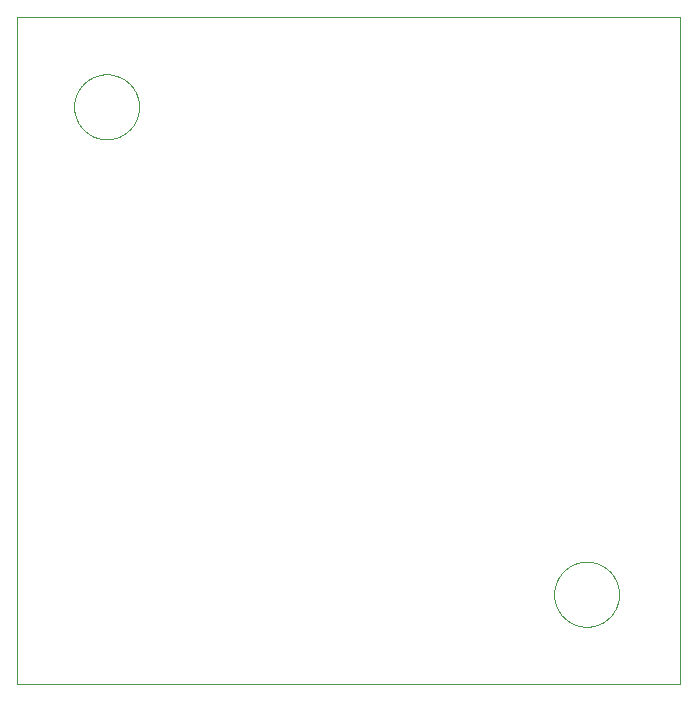
<source format=gbp>
G75*
%MOIN*%
%OFA0B0*%
%FSLAX25Y25*%
%IPPOS*%
%LPD*%
%AMOC8*
5,1,8,0,0,1.08239X$1,22.5*
%
%ADD10C,0.00000*%
D10*
X0001000Y0001000D02*
X0001000Y0223461D01*
X0222201Y0223461D01*
X0222201Y0001000D01*
X0001000Y0001000D01*
X0180173Y0031000D02*
X0180176Y0031266D01*
X0180186Y0031531D01*
X0180202Y0031796D01*
X0180225Y0032061D01*
X0180254Y0032325D01*
X0180290Y0032589D01*
X0180332Y0032851D01*
X0180381Y0033112D01*
X0180436Y0033372D01*
X0180497Y0033631D01*
X0180565Y0033888D01*
X0180639Y0034143D01*
X0180719Y0034396D01*
X0180806Y0034648D01*
X0180898Y0034897D01*
X0180997Y0035143D01*
X0181102Y0035388D01*
X0181213Y0035629D01*
X0181329Y0035868D01*
X0181451Y0036104D01*
X0181580Y0036337D01*
X0181713Y0036566D01*
X0181853Y0036792D01*
X0181998Y0037015D01*
X0182148Y0037234D01*
X0182304Y0037450D01*
X0182465Y0037661D01*
X0182631Y0037869D01*
X0182802Y0038072D01*
X0182978Y0038271D01*
X0183159Y0038466D01*
X0183344Y0038656D01*
X0183534Y0038841D01*
X0183729Y0039022D01*
X0183928Y0039198D01*
X0184131Y0039369D01*
X0184339Y0039535D01*
X0184550Y0039696D01*
X0184766Y0039852D01*
X0184985Y0040002D01*
X0185208Y0040147D01*
X0185434Y0040287D01*
X0185663Y0040420D01*
X0185896Y0040549D01*
X0186132Y0040671D01*
X0186371Y0040787D01*
X0186612Y0040898D01*
X0186857Y0041003D01*
X0187103Y0041102D01*
X0187352Y0041194D01*
X0187604Y0041281D01*
X0187857Y0041361D01*
X0188112Y0041435D01*
X0188369Y0041503D01*
X0188628Y0041564D01*
X0188888Y0041619D01*
X0189149Y0041668D01*
X0189411Y0041710D01*
X0189675Y0041746D01*
X0189939Y0041775D01*
X0190204Y0041798D01*
X0190469Y0041814D01*
X0190734Y0041824D01*
X0191000Y0041827D01*
X0191266Y0041824D01*
X0191531Y0041814D01*
X0191796Y0041798D01*
X0192061Y0041775D01*
X0192325Y0041746D01*
X0192589Y0041710D01*
X0192851Y0041668D01*
X0193112Y0041619D01*
X0193372Y0041564D01*
X0193631Y0041503D01*
X0193888Y0041435D01*
X0194143Y0041361D01*
X0194396Y0041281D01*
X0194648Y0041194D01*
X0194897Y0041102D01*
X0195143Y0041003D01*
X0195388Y0040898D01*
X0195629Y0040787D01*
X0195868Y0040671D01*
X0196104Y0040549D01*
X0196337Y0040420D01*
X0196566Y0040287D01*
X0196792Y0040147D01*
X0197015Y0040002D01*
X0197234Y0039852D01*
X0197450Y0039696D01*
X0197661Y0039535D01*
X0197869Y0039369D01*
X0198072Y0039198D01*
X0198271Y0039022D01*
X0198466Y0038841D01*
X0198656Y0038656D01*
X0198841Y0038466D01*
X0199022Y0038271D01*
X0199198Y0038072D01*
X0199369Y0037869D01*
X0199535Y0037661D01*
X0199696Y0037450D01*
X0199852Y0037234D01*
X0200002Y0037015D01*
X0200147Y0036792D01*
X0200287Y0036566D01*
X0200420Y0036337D01*
X0200549Y0036104D01*
X0200671Y0035868D01*
X0200787Y0035629D01*
X0200898Y0035388D01*
X0201003Y0035143D01*
X0201102Y0034897D01*
X0201194Y0034648D01*
X0201281Y0034396D01*
X0201361Y0034143D01*
X0201435Y0033888D01*
X0201503Y0033631D01*
X0201564Y0033372D01*
X0201619Y0033112D01*
X0201668Y0032851D01*
X0201710Y0032589D01*
X0201746Y0032325D01*
X0201775Y0032061D01*
X0201798Y0031796D01*
X0201814Y0031531D01*
X0201824Y0031266D01*
X0201827Y0031000D01*
X0201824Y0030734D01*
X0201814Y0030469D01*
X0201798Y0030204D01*
X0201775Y0029939D01*
X0201746Y0029675D01*
X0201710Y0029411D01*
X0201668Y0029149D01*
X0201619Y0028888D01*
X0201564Y0028628D01*
X0201503Y0028369D01*
X0201435Y0028112D01*
X0201361Y0027857D01*
X0201281Y0027604D01*
X0201194Y0027352D01*
X0201102Y0027103D01*
X0201003Y0026857D01*
X0200898Y0026612D01*
X0200787Y0026371D01*
X0200671Y0026132D01*
X0200549Y0025896D01*
X0200420Y0025663D01*
X0200287Y0025434D01*
X0200147Y0025208D01*
X0200002Y0024985D01*
X0199852Y0024766D01*
X0199696Y0024550D01*
X0199535Y0024339D01*
X0199369Y0024131D01*
X0199198Y0023928D01*
X0199022Y0023729D01*
X0198841Y0023534D01*
X0198656Y0023344D01*
X0198466Y0023159D01*
X0198271Y0022978D01*
X0198072Y0022802D01*
X0197869Y0022631D01*
X0197661Y0022465D01*
X0197450Y0022304D01*
X0197234Y0022148D01*
X0197015Y0021998D01*
X0196792Y0021853D01*
X0196566Y0021713D01*
X0196337Y0021580D01*
X0196104Y0021451D01*
X0195868Y0021329D01*
X0195629Y0021213D01*
X0195388Y0021102D01*
X0195143Y0020997D01*
X0194897Y0020898D01*
X0194648Y0020806D01*
X0194396Y0020719D01*
X0194143Y0020639D01*
X0193888Y0020565D01*
X0193631Y0020497D01*
X0193372Y0020436D01*
X0193112Y0020381D01*
X0192851Y0020332D01*
X0192589Y0020290D01*
X0192325Y0020254D01*
X0192061Y0020225D01*
X0191796Y0020202D01*
X0191531Y0020186D01*
X0191266Y0020176D01*
X0191000Y0020173D01*
X0190734Y0020176D01*
X0190469Y0020186D01*
X0190204Y0020202D01*
X0189939Y0020225D01*
X0189675Y0020254D01*
X0189411Y0020290D01*
X0189149Y0020332D01*
X0188888Y0020381D01*
X0188628Y0020436D01*
X0188369Y0020497D01*
X0188112Y0020565D01*
X0187857Y0020639D01*
X0187604Y0020719D01*
X0187352Y0020806D01*
X0187103Y0020898D01*
X0186857Y0020997D01*
X0186612Y0021102D01*
X0186371Y0021213D01*
X0186132Y0021329D01*
X0185896Y0021451D01*
X0185663Y0021580D01*
X0185434Y0021713D01*
X0185208Y0021853D01*
X0184985Y0021998D01*
X0184766Y0022148D01*
X0184550Y0022304D01*
X0184339Y0022465D01*
X0184131Y0022631D01*
X0183928Y0022802D01*
X0183729Y0022978D01*
X0183534Y0023159D01*
X0183344Y0023344D01*
X0183159Y0023534D01*
X0182978Y0023729D01*
X0182802Y0023928D01*
X0182631Y0024131D01*
X0182465Y0024339D01*
X0182304Y0024550D01*
X0182148Y0024766D01*
X0181998Y0024985D01*
X0181853Y0025208D01*
X0181713Y0025434D01*
X0181580Y0025663D01*
X0181451Y0025896D01*
X0181329Y0026132D01*
X0181213Y0026371D01*
X0181102Y0026612D01*
X0180997Y0026857D01*
X0180898Y0027103D01*
X0180806Y0027352D01*
X0180719Y0027604D01*
X0180639Y0027857D01*
X0180565Y0028112D01*
X0180497Y0028369D01*
X0180436Y0028628D01*
X0180381Y0028888D01*
X0180332Y0029149D01*
X0180290Y0029411D01*
X0180254Y0029675D01*
X0180225Y0029939D01*
X0180202Y0030204D01*
X0180186Y0030469D01*
X0180176Y0030734D01*
X0180173Y0031000D01*
X0020173Y0193500D02*
X0020176Y0193766D01*
X0020186Y0194031D01*
X0020202Y0194296D01*
X0020225Y0194561D01*
X0020254Y0194825D01*
X0020290Y0195089D01*
X0020332Y0195351D01*
X0020381Y0195612D01*
X0020436Y0195872D01*
X0020497Y0196131D01*
X0020565Y0196388D01*
X0020639Y0196643D01*
X0020719Y0196896D01*
X0020806Y0197148D01*
X0020898Y0197397D01*
X0020997Y0197643D01*
X0021102Y0197888D01*
X0021213Y0198129D01*
X0021329Y0198368D01*
X0021451Y0198604D01*
X0021580Y0198837D01*
X0021713Y0199066D01*
X0021853Y0199292D01*
X0021998Y0199515D01*
X0022148Y0199734D01*
X0022304Y0199950D01*
X0022465Y0200161D01*
X0022631Y0200369D01*
X0022802Y0200572D01*
X0022978Y0200771D01*
X0023159Y0200966D01*
X0023344Y0201156D01*
X0023534Y0201341D01*
X0023729Y0201522D01*
X0023928Y0201698D01*
X0024131Y0201869D01*
X0024339Y0202035D01*
X0024550Y0202196D01*
X0024766Y0202352D01*
X0024985Y0202502D01*
X0025208Y0202647D01*
X0025434Y0202787D01*
X0025663Y0202920D01*
X0025896Y0203049D01*
X0026132Y0203171D01*
X0026371Y0203287D01*
X0026612Y0203398D01*
X0026857Y0203503D01*
X0027103Y0203602D01*
X0027352Y0203694D01*
X0027604Y0203781D01*
X0027857Y0203861D01*
X0028112Y0203935D01*
X0028369Y0204003D01*
X0028628Y0204064D01*
X0028888Y0204119D01*
X0029149Y0204168D01*
X0029411Y0204210D01*
X0029675Y0204246D01*
X0029939Y0204275D01*
X0030204Y0204298D01*
X0030469Y0204314D01*
X0030734Y0204324D01*
X0031000Y0204327D01*
X0031266Y0204324D01*
X0031531Y0204314D01*
X0031796Y0204298D01*
X0032061Y0204275D01*
X0032325Y0204246D01*
X0032589Y0204210D01*
X0032851Y0204168D01*
X0033112Y0204119D01*
X0033372Y0204064D01*
X0033631Y0204003D01*
X0033888Y0203935D01*
X0034143Y0203861D01*
X0034396Y0203781D01*
X0034648Y0203694D01*
X0034897Y0203602D01*
X0035143Y0203503D01*
X0035388Y0203398D01*
X0035629Y0203287D01*
X0035868Y0203171D01*
X0036104Y0203049D01*
X0036337Y0202920D01*
X0036566Y0202787D01*
X0036792Y0202647D01*
X0037015Y0202502D01*
X0037234Y0202352D01*
X0037450Y0202196D01*
X0037661Y0202035D01*
X0037869Y0201869D01*
X0038072Y0201698D01*
X0038271Y0201522D01*
X0038466Y0201341D01*
X0038656Y0201156D01*
X0038841Y0200966D01*
X0039022Y0200771D01*
X0039198Y0200572D01*
X0039369Y0200369D01*
X0039535Y0200161D01*
X0039696Y0199950D01*
X0039852Y0199734D01*
X0040002Y0199515D01*
X0040147Y0199292D01*
X0040287Y0199066D01*
X0040420Y0198837D01*
X0040549Y0198604D01*
X0040671Y0198368D01*
X0040787Y0198129D01*
X0040898Y0197888D01*
X0041003Y0197643D01*
X0041102Y0197397D01*
X0041194Y0197148D01*
X0041281Y0196896D01*
X0041361Y0196643D01*
X0041435Y0196388D01*
X0041503Y0196131D01*
X0041564Y0195872D01*
X0041619Y0195612D01*
X0041668Y0195351D01*
X0041710Y0195089D01*
X0041746Y0194825D01*
X0041775Y0194561D01*
X0041798Y0194296D01*
X0041814Y0194031D01*
X0041824Y0193766D01*
X0041827Y0193500D01*
X0041824Y0193234D01*
X0041814Y0192969D01*
X0041798Y0192704D01*
X0041775Y0192439D01*
X0041746Y0192175D01*
X0041710Y0191911D01*
X0041668Y0191649D01*
X0041619Y0191388D01*
X0041564Y0191128D01*
X0041503Y0190869D01*
X0041435Y0190612D01*
X0041361Y0190357D01*
X0041281Y0190104D01*
X0041194Y0189852D01*
X0041102Y0189603D01*
X0041003Y0189357D01*
X0040898Y0189112D01*
X0040787Y0188871D01*
X0040671Y0188632D01*
X0040549Y0188396D01*
X0040420Y0188163D01*
X0040287Y0187934D01*
X0040147Y0187708D01*
X0040002Y0187485D01*
X0039852Y0187266D01*
X0039696Y0187050D01*
X0039535Y0186839D01*
X0039369Y0186631D01*
X0039198Y0186428D01*
X0039022Y0186229D01*
X0038841Y0186034D01*
X0038656Y0185844D01*
X0038466Y0185659D01*
X0038271Y0185478D01*
X0038072Y0185302D01*
X0037869Y0185131D01*
X0037661Y0184965D01*
X0037450Y0184804D01*
X0037234Y0184648D01*
X0037015Y0184498D01*
X0036792Y0184353D01*
X0036566Y0184213D01*
X0036337Y0184080D01*
X0036104Y0183951D01*
X0035868Y0183829D01*
X0035629Y0183713D01*
X0035388Y0183602D01*
X0035143Y0183497D01*
X0034897Y0183398D01*
X0034648Y0183306D01*
X0034396Y0183219D01*
X0034143Y0183139D01*
X0033888Y0183065D01*
X0033631Y0182997D01*
X0033372Y0182936D01*
X0033112Y0182881D01*
X0032851Y0182832D01*
X0032589Y0182790D01*
X0032325Y0182754D01*
X0032061Y0182725D01*
X0031796Y0182702D01*
X0031531Y0182686D01*
X0031266Y0182676D01*
X0031000Y0182673D01*
X0030734Y0182676D01*
X0030469Y0182686D01*
X0030204Y0182702D01*
X0029939Y0182725D01*
X0029675Y0182754D01*
X0029411Y0182790D01*
X0029149Y0182832D01*
X0028888Y0182881D01*
X0028628Y0182936D01*
X0028369Y0182997D01*
X0028112Y0183065D01*
X0027857Y0183139D01*
X0027604Y0183219D01*
X0027352Y0183306D01*
X0027103Y0183398D01*
X0026857Y0183497D01*
X0026612Y0183602D01*
X0026371Y0183713D01*
X0026132Y0183829D01*
X0025896Y0183951D01*
X0025663Y0184080D01*
X0025434Y0184213D01*
X0025208Y0184353D01*
X0024985Y0184498D01*
X0024766Y0184648D01*
X0024550Y0184804D01*
X0024339Y0184965D01*
X0024131Y0185131D01*
X0023928Y0185302D01*
X0023729Y0185478D01*
X0023534Y0185659D01*
X0023344Y0185844D01*
X0023159Y0186034D01*
X0022978Y0186229D01*
X0022802Y0186428D01*
X0022631Y0186631D01*
X0022465Y0186839D01*
X0022304Y0187050D01*
X0022148Y0187266D01*
X0021998Y0187485D01*
X0021853Y0187708D01*
X0021713Y0187934D01*
X0021580Y0188163D01*
X0021451Y0188396D01*
X0021329Y0188632D01*
X0021213Y0188871D01*
X0021102Y0189112D01*
X0020997Y0189357D01*
X0020898Y0189603D01*
X0020806Y0189852D01*
X0020719Y0190104D01*
X0020639Y0190357D01*
X0020565Y0190612D01*
X0020497Y0190869D01*
X0020436Y0191128D01*
X0020381Y0191388D01*
X0020332Y0191649D01*
X0020290Y0191911D01*
X0020254Y0192175D01*
X0020225Y0192439D01*
X0020202Y0192704D01*
X0020186Y0192969D01*
X0020176Y0193234D01*
X0020173Y0193500D01*
M02*

</source>
